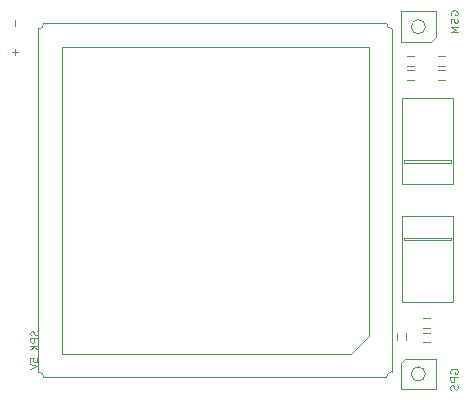
<source format=gbo>
G04 (created by PCBNEW (2013-jul-07)-stable) date su 14. joulukuuta 2014 12.55.15*
%MOIN*%
G04 Gerber Fmt 3.4, Leading zero omitted, Abs format*
%FSLAX34Y34*%
G01*
G70*
G90*
G04 APERTURE LIST*
%ADD10C,0.000787402*%
%ADD11C,0.00393701*%
%ADD12C,0.0028*%
%ADD13C,0.0039*%
G04 APERTURE END LIST*
G54D10*
G54D11*
X87780Y-29649D02*
X87768Y-29623D01*
X87768Y-29583D01*
X87780Y-29544D01*
X87802Y-29518D01*
X87825Y-29505D01*
X87870Y-29492D01*
X87903Y-29492D01*
X87948Y-29505D01*
X87971Y-29518D01*
X87993Y-29544D01*
X88005Y-29583D01*
X88005Y-29610D01*
X87993Y-29649D01*
X87982Y-29662D01*
X87903Y-29662D01*
X87903Y-29610D01*
X87993Y-29767D02*
X88005Y-29807D01*
X88005Y-29872D01*
X87993Y-29898D01*
X87982Y-29912D01*
X87960Y-29925D01*
X87937Y-29925D01*
X87915Y-29912D01*
X87903Y-29898D01*
X87892Y-29872D01*
X87881Y-29820D01*
X87870Y-29793D01*
X87858Y-29780D01*
X87836Y-29767D01*
X87813Y-29767D01*
X87791Y-29780D01*
X87780Y-29793D01*
X87768Y-29820D01*
X87768Y-29885D01*
X87780Y-29925D01*
X88005Y-30043D02*
X87768Y-30043D01*
X87937Y-30135D01*
X87768Y-30227D01*
X88005Y-30227D01*
X87776Y-41594D02*
X87764Y-41568D01*
X87764Y-41528D01*
X87776Y-41489D01*
X87798Y-41463D01*
X87821Y-41450D01*
X87866Y-41437D01*
X87899Y-41437D01*
X87944Y-41450D01*
X87967Y-41463D01*
X87989Y-41489D01*
X88001Y-41528D01*
X88001Y-41555D01*
X87989Y-41594D01*
X87978Y-41607D01*
X87899Y-41607D01*
X87899Y-41555D01*
X88001Y-41725D02*
X87764Y-41725D01*
X87764Y-41830D01*
X87776Y-41856D01*
X87787Y-41870D01*
X87809Y-41883D01*
X87843Y-41883D01*
X87866Y-41870D01*
X87877Y-41856D01*
X87888Y-41830D01*
X87888Y-41725D01*
X87989Y-41988D02*
X88001Y-42027D01*
X88001Y-42093D01*
X87989Y-42119D01*
X87978Y-42132D01*
X87956Y-42145D01*
X87933Y-42145D01*
X87911Y-42132D01*
X87899Y-42119D01*
X87888Y-42093D01*
X87877Y-42040D01*
X87866Y-42014D01*
X87854Y-42001D01*
X87832Y-41988D01*
X87809Y-41988D01*
X87787Y-42001D01*
X87776Y-42014D01*
X87764Y-42040D01*
X87764Y-42106D01*
X87776Y-42145D01*
X73989Y-40196D02*
X74001Y-40230D01*
X74001Y-40286D01*
X73989Y-40308D01*
X73978Y-40320D01*
X73956Y-40331D01*
X73933Y-40331D01*
X73911Y-40320D01*
X73899Y-40308D01*
X73888Y-40286D01*
X73877Y-40241D01*
X73866Y-40218D01*
X73854Y-40207D01*
X73832Y-40196D01*
X73809Y-40196D01*
X73787Y-40207D01*
X73776Y-40218D01*
X73764Y-40241D01*
X73764Y-40297D01*
X73776Y-40331D01*
X74001Y-40432D02*
X73764Y-40432D01*
X73764Y-40522D01*
X73776Y-40544D01*
X73787Y-40556D01*
X73809Y-40567D01*
X73843Y-40567D01*
X73866Y-40556D01*
X73877Y-40544D01*
X73888Y-40522D01*
X73888Y-40432D01*
X74001Y-40668D02*
X73764Y-40668D01*
X74001Y-40803D02*
X73866Y-40702D01*
X73764Y-40803D02*
X73899Y-40668D01*
X73759Y-41205D02*
X73759Y-41092D01*
X73871Y-41081D01*
X73860Y-41092D01*
X73849Y-41115D01*
X73849Y-41171D01*
X73860Y-41193D01*
X73871Y-41205D01*
X73894Y-41216D01*
X73950Y-41216D01*
X73973Y-41205D01*
X73984Y-41193D01*
X73995Y-41171D01*
X73995Y-41115D01*
X73984Y-41092D01*
X73973Y-41081D01*
X73759Y-41283D02*
X73995Y-41362D01*
X73759Y-41441D01*
X73246Y-29803D02*
X73246Y-30013D01*
X73246Y-30774D02*
X73246Y-30984D01*
X73351Y-30879D02*
X73141Y-30879D01*
G54D12*
X87794Y-34567D02*
X86220Y-34567D01*
X86220Y-34567D02*
X86220Y-34488D01*
X86220Y-34488D02*
X87794Y-34488D01*
X87794Y-34488D02*
X87794Y-34567D01*
X87853Y-35295D02*
X87853Y-32421D01*
X87853Y-32421D02*
X86161Y-32421D01*
X86161Y-32421D02*
X86161Y-35295D01*
X86161Y-35295D02*
X87853Y-35295D01*
X86220Y-37086D02*
X87794Y-37086D01*
X87794Y-37086D02*
X87794Y-37165D01*
X87794Y-37165D02*
X86220Y-37165D01*
X86220Y-37165D02*
X86220Y-37086D01*
X86161Y-36358D02*
X86161Y-39232D01*
X86161Y-39232D02*
X87853Y-39232D01*
X87853Y-39232D02*
X87853Y-36358D01*
X87853Y-36358D02*
X86161Y-36358D01*
X87086Y-40078D02*
X86850Y-40078D01*
X87086Y-39764D02*
X86850Y-39764D01*
X86535Y-31810D02*
X86299Y-31810D01*
X86535Y-31496D02*
X86299Y-31496D01*
X87086Y-40550D02*
X86850Y-40550D01*
X87086Y-40236D02*
X86850Y-40236D01*
X87598Y-31810D02*
X87362Y-31810D01*
X87598Y-31496D02*
X87362Y-31496D01*
X85984Y-40472D02*
X85984Y-40236D01*
X86298Y-40472D02*
X86298Y-40236D01*
X86535Y-31338D02*
X86299Y-31338D01*
X86535Y-31024D02*
X86299Y-31024D01*
X87598Y-31338D02*
X87362Y-31338D01*
X87598Y-31024D02*
X87362Y-31024D01*
G54D11*
X83464Y-40944D02*
X84448Y-40944D01*
X84448Y-40944D02*
X85039Y-40354D01*
X85039Y-40354D02*
X85039Y-39763D01*
X82677Y-30708D02*
X85039Y-30708D01*
X85039Y-30708D02*
X85039Y-32283D01*
G54D13*
X85039Y-39763D02*
X85039Y-32283D01*
X82677Y-30708D02*
X74803Y-30708D01*
X74803Y-30708D02*
X74803Y-40944D01*
X74803Y-40944D02*
X83464Y-40944D01*
X74212Y-29920D02*
G75*
G02X74015Y-30117I-197J0D01*
G74*
G01*
X74015Y-41535D02*
G75*
G02X74212Y-41732I0J-197D01*
G74*
G01*
X85630Y-41732D02*
G75*
G02X85827Y-41535I197J0D01*
G74*
G01*
X85827Y-30117D02*
G75*
G02X85630Y-29920I0J197D01*
G74*
G01*
X85827Y-30117D02*
X85827Y-41535D01*
X74212Y-29920D02*
X85630Y-29920D01*
X74015Y-41535D02*
X74015Y-30117D01*
X85630Y-41732D02*
X74212Y-41732D01*
G54D11*
X86102Y-42125D02*
X86102Y-41259D01*
X86259Y-41102D02*
X87283Y-41102D01*
X86102Y-41259D02*
X86259Y-41102D01*
X86929Y-41614D02*
G75*
G03X86929Y-41614I-236J0D01*
G74*
G01*
X87283Y-42125D02*
X87283Y-41102D01*
X86102Y-42125D02*
X87283Y-42125D01*
X87283Y-29527D02*
X87283Y-30393D01*
X87125Y-30551D02*
X86102Y-30551D01*
X87283Y-30393D02*
X87125Y-30551D01*
X86929Y-30039D02*
G75*
G03X86929Y-30039I-236J0D01*
G74*
G01*
X86102Y-29527D02*
X86102Y-30551D01*
X87283Y-29527D02*
X86102Y-29527D01*
M02*

</source>
